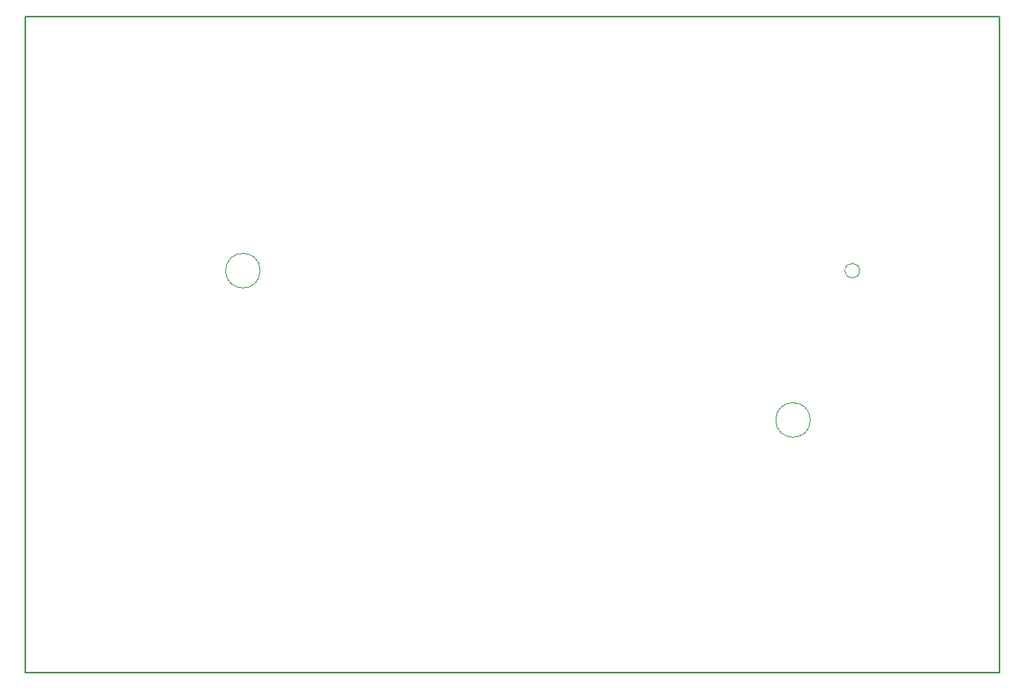
<source format=gbr>
%TF.GenerationSoftware,KiCad,Pcbnew,6.0.4-6f826c9f35~116~ubuntu21.10.1*%
%TF.CreationDate,2022-04-08T15:22:27+02:00*%
%TF.ProjectId,main,6d61696e-2e6b-4696-9361-645f70636258,rev?*%
%TF.SameCoordinates,Original*%
%TF.FileFunction,Profile,NP*%
%FSLAX46Y46*%
G04 Gerber Fmt 4.6, Leading zero omitted, Abs format (unit mm)*
G04 Created by KiCad (PCBNEW 6.0.4-6f826c9f35~116~ubuntu21.10.1) date 2022-04-08 15:22:27*
%MOMM*%
%LPD*%
G01*
G04 APERTURE LIST*
%TA.AperFunction,Profile*%
%ADD10C,0.200000*%
%TD*%
%TA.AperFunction,Profile*%
%ADD11C,0.020000*%
%TD*%
G04 APERTURE END LIST*
D10*
X189590000Y-131890000D02*
X85320000Y-131890000D01*
X85320000Y-131890000D02*
X85320000Y-61650000D01*
X85320000Y-61650000D02*
X189590000Y-61650000D01*
X189590000Y-61650000D02*
X189590000Y-131890000D01*
D11*
%TO.C,BT1*%
X169370000Y-104830000D02*
G75*
G03*
X169370000Y-104830000I-1850000J0D01*
G01*
X174655000Y-88830000D02*
G75*
G03*
X174655000Y-88830000I-785000J0D01*
G01*
X110470000Y-88830000D02*
G75*
G03*
X110470000Y-88830000I-1850000J0D01*
G01*
%TD*%
M02*

</source>
